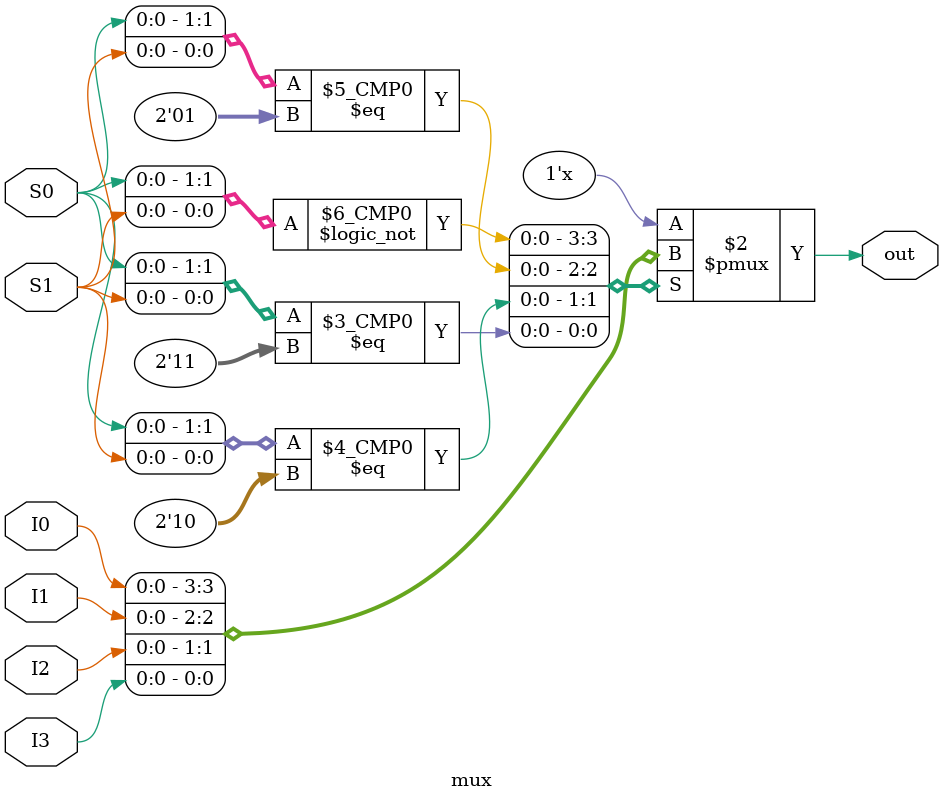
<source format=v>
`timescale 1ns / 1ps


module mux(
     input I0,
     input I1,
     input I2,
     input I3,
     input S0,
     input S1,
     output reg out
     );
     always@(I0,I1,I2,I3,S0,S1)
         case({S0,S1})
         2'd0: out = I0;
         2'd1: out = I1;
         2'd2: out = I2;
         2'd3: out = I3;
         default: out=I0;
         endcase
endmodule


</source>
